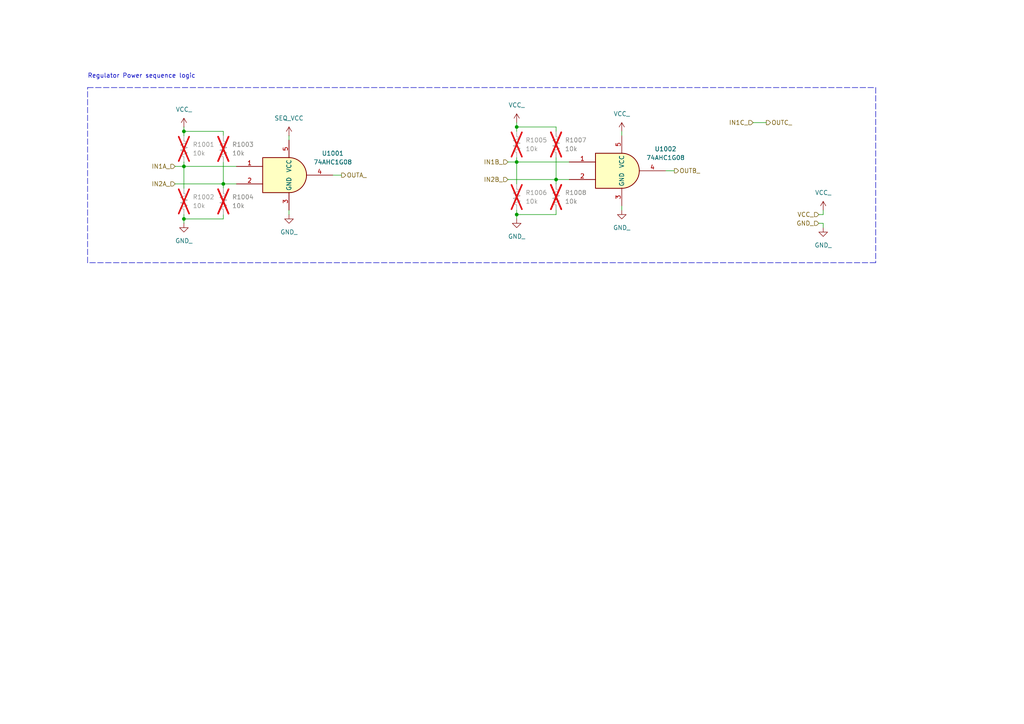
<source format=kicad_sch>
(kicad_sch
	(version 20250114)
	(generator "eeschema")
	(generator_version "9.0")
	(uuid "500d34eb-8f0f-4c43-8320-5c09778efb63")
	(paper "A4")
	(title_block
		(title "Power delivery Board")
		(date "2025-06-25")
		(rev "B")
		(comment 1 "the developed autonomous robot platform powered by LEGO Technic HUB and Rasberry Pi")
		(comment 2 "Design implemets a battery management system and power delivert for use with")
		(comment 3 "Distributed Open-source as: CC BY-SA 4.0")
	)
	(lib_symbols
		(symbol "+3.3V_1"
			(power)
			(pin_numbers
				(hide yes)
			)
			(pin_names
				(offset 0)
				(hide yes)
			)
			(exclude_from_sim no)
			(in_bom yes)
			(on_board yes)
			(property "Reference" "#PWR"
				(at 0 -3.81 0)
				(effects
					(font
						(size 1.27 1.27)
					)
					(hide yes)
				)
			)
			(property "Value" "+3.3V"
				(at 0 3.556 0)
				(effects
					(font
						(size 1.27 1.27)
					)
				)
			)
			(property "Footprint" ""
				(at 0 0 0)
				(effects
					(font
						(size 1.27 1.27)
					)
					(hide yes)
				)
			)
			(property "Datasheet" ""
				(at 0 0 0)
				(effects
					(font
						(size 1.27 1.27)
					)
					(hide yes)
				)
			)
			(property "Description" "Power symbol creates a global label with name \"+3.3V\""
				(at 0 0 0)
				(effects
					(font
						(size 1.27 1.27)
					)
					(hide yes)
				)
			)
			(property "ki_keywords" "global power"
				(at 0 0 0)
				(effects
					(font
						(size 1.27 1.27)
					)
					(hide yes)
				)
			)
			(symbol "+3.3V_1_0_1"
				(polyline
					(pts
						(xy -0.762 1.27) (xy 0 2.54)
					)
					(stroke
						(width 0)
						(type default)
					)
					(fill
						(type none)
					)
				)
				(polyline
					(pts
						(xy 0 2.54) (xy 0.762 1.27)
					)
					(stroke
						(width 0)
						(type default)
					)
					(fill
						(type none)
					)
				)
				(polyline
					(pts
						(xy 0 0) (xy 0 2.54)
					)
					(stroke
						(width 0)
						(type default)
					)
					(fill
						(type none)
					)
				)
			)
			(symbol "+3.3V_1_1_1"
				(pin power_in line
					(at 0 0 90)
					(length 0)
					(name "~"
						(effects
							(font
								(size 1.27 1.27)
							)
						)
					)
					(number "1"
						(effects
							(font
								(size 1.27 1.27)
							)
						)
					)
				)
			)
			(embedded_fonts no)
		)
		(symbol "74xGxx:74AHC1G08"
			(exclude_from_sim no)
			(in_bom yes)
			(on_board yes)
			(property "Reference" "U"
				(at -2.54 3.81 0)
				(effects
					(font
						(size 1.27 1.27)
					)
				)
			)
			(property "Value" "74AHC1G08"
				(at 0 -3.81 0)
				(effects
					(font
						(size 1.27 1.27)
					)
				)
			)
			(property "Footprint" ""
				(at 0 0 0)
				(effects
					(font
						(size 1.27 1.27)
					)
					(hide yes)
				)
			)
			(property "Datasheet" "http://www.ti.com/lit/sg/scyt129e/scyt129e.pdf"
				(at 0 0 0)
				(effects
					(font
						(size 1.27 1.27)
					)
					(hide yes)
				)
			)
			(property "Description" "Single AND Gate, Low-Voltage CMOS"
				(at 0 0 0)
				(effects
					(font
						(size 1.27 1.27)
					)
					(hide yes)
				)
			)
			(property "ki_keywords" "Single Gate AND LVC CMOS"
				(at 0 0 0)
				(effects
					(font
						(size 1.27 1.27)
					)
					(hide yes)
				)
			)
			(property "ki_fp_filters" "SOT* SG-*"
				(at 0 0 0)
				(effects
					(font
						(size 1.27 1.27)
					)
					(hide yes)
				)
			)
			(symbol "74AHC1G08_0_1"
				(arc
					(start 0 5.08)
					(mid 5.0579 0)
					(end 0 -5.08)
					(stroke
						(width 0.254)
						(type default)
					)
					(fill
						(type background)
					)
				)
				(polyline
					(pts
						(xy 0 -5.08) (xy -7.62 -5.08) (xy -7.62 5.08) (xy 0 5.08)
					)
					(stroke
						(width 0.254)
						(type default)
					)
					(fill
						(type background)
					)
				)
			)
			(symbol "74AHC1G08_1_1"
				(pin input line
					(at -15.24 2.54 0)
					(length 7.62)
					(name "~"
						(effects
							(font
								(size 1.27 1.27)
							)
						)
					)
					(number "1"
						(effects
							(font
								(size 1.27 1.27)
							)
						)
					)
				)
				(pin input line
					(at -15.24 -2.54 0)
					(length 7.62)
					(name "~"
						(effects
							(font
								(size 1.27 1.27)
							)
						)
					)
					(number "2"
						(effects
							(font
								(size 1.27 1.27)
							)
						)
					)
				)
				(pin power_in line
					(at 0 10.16 270)
					(length 5.08)
					(name "VCC"
						(effects
							(font
								(size 1.27 1.27)
							)
						)
					)
					(number "5"
						(effects
							(font
								(size 1.27 1.27)
							)
						)
					)
				)
				(pin power_in line
					(at 0 -10.16 90)
					(length 5.08)
					(name "GND"
						(effects
							(font
								(size 1.27 1.27)
							)
						)
					)
					(number "3"
						(effects
							(font
								(size 1.27 1.27)
							)
						)
					)
				)
				(pin output line
					(at 12.7 0 180)
					(length 7.62)
					(name "~"
						(effects
							(font
								(size 1.27 1.27)
							)
						)
					)
					(number "4"
						(effects
							(font
								(size 1.27 1.27)
							)
						)
					)
				)
			)
			(embedded_fonts no)
		)
		(symbol "Device:R_US"
			(pin_numbers
				(hide yes)
			)
			(pin_names
				(offset 0)
			)
			(exclude_from_sim no)
			(in_bom yes)
			(on_board yes)
			(property "Reference" "R"
				(at 2.54 0 90)
				(effects
					(font
						(size 1.27 1.27)
					)
				)
			)
			(property "Value" "R_US"
				(at -2.54 0 90)
				(effects
					(font
						(size 1.27 1.27)
					)
				)
			)
			(property "Footprint" ""
				(at 1.016 -0.254 90)
				(effects
					(font
						(size 1.27 1.27)
					)
					(hide yes)
				)
			)
			(property "Datasheet" "~"
				(at 0 0 0)
				(effects
					(font
						(size 1.27 1.27)
					)
					(hide yes)
				)
			)
			(property "Description" "Resistor, US symbol"
				(at 0 0 0)
				(effects
					(font
						(size 1.27 1.27)
					)
					(hide yes)
				)
			)
			(property "ki_keywords" "R res resistor"
				(at 0 0 0)
				(effects
					(font
						(size 1.27 1.27)
					)
					(hide yes)
				)
			)
			(property "ki_fp_filters" "R_*"
				(at 0 0 0)
				(effects
					(font
						(size 1.27 1.27)
					)
					(hide yes)
				)
			)
			(symbol "R_US_0_1"
				(polyline
					(pts
						(xy 0 2.286) (xy 0 2.54)
					)
					(stroke
						(width 0)
						(type default)
					)
					(fill
						(type none)
					)
				)
				(polyline
					(pts
						(xy 0 2.286) (xy 1.016 1.905) (xy 0 1.524) (xy -1.016 1.143) (xy 0 0.762)
					)
					(stroke
						(width 0)
						(type default)
					)
					(fill
						(type none)
					)
				)
				(polyline
					(pts
						(xy 0 0.762) (xy 1.016 0.381) (xy 0 0) (xy -1.016 -0.381) (xy 0 -0.762)
					)
					(stroke
						(width 0)
						(type default)
					)
					(fill
						(type none)
					)
				)
				(polyline
					(pts
						(xy 0 -0.762) (xy 1.016 -1.143) (xy 0 -1.524) (xy -1.016 -1.905) (xy 0 -2.286)
					)
					(stroke
						(width 0)
						(type default)
					)
					(fill
						(type none)
					)
				)
				(polyline
					(pts
						(xy 0 -2.286) (xy 0 -2.54)
					)
					(stroke
						(width 0)
						(type default)
					)
					(fill
						(type none)
					)
				)
			)
			(symbol "R_US_1_1"
				(pin passive line
					(at 0 3.81 270)
					(length 1.27)
					(name "~"
						(effects
							(font
								(size 1.27 1.27)
							)
						)
					)
					(number "1"
						(effects
							(font
								(size 1.27 1.27)
							)
						)
					)
				)
				(pin passive line
					(at 0 -3.81 90)
					(length 1.27)
					(name "~"
						(effects
							(font
								(size 1.27 1.27)
							)
						)
					)
					(number "2"
						(effects
							(font
								(size 1.27 1.27)
							)
						)
					)
				)
			)
			(embedded_fonts no)
		)
		(symbol "power:+3V3"
			(power)
			(pin_numbers
				(hide yes)
			)
			(pin_names
				(offset 0)
				(hide yes)
			)
			(exclude_from_sim no)
			(in_bom yes)
			(on_board yes)
			(property "Reference" "#PWR"
				(at 0 -3.81 0)
				(effects
					(font
						(size 1.27 1.27)
					)
					(hide yes)
				)
			)
			(property "Value" "+3V3"
				(at 0 3.556 0)
				(effects
					(font
						(size 1.27 1.27)
					)
				)
			)
			(property "Footprint" ""
				(at 0 0 0)
				(effects
					(font
						(size 1.27 1.27)
					)
					(hide yes)
				)
			)
			(property "Datasheet" ""
				(at 0 0 0)
				(effects
					(font
						(size 1.27 1.27)
					)
					(hide yes)
				)
			)
			(property "Description" "Power symbol creates a global label with name \"+3V3\""
				(at 0 0 0)
				(effects
					(font
						(size 1.27 1.27)
					)
					(hide yes)
				)
			)
			(property "ki_keywords" "global power"
				(at 0 0 0)
				(effects
					(font
						(size 1.27 1.27)
					)
					(hide yes)
				)
			)
			(symbol "+3V3_0_1"
				(polyline
					(pts
						(xy -0.762 1.27) (xy 0 2.54)
					)
					(stroke
						(width 0)
						(type default)
					)
					(fill
						(type none)
					)
				)
				(polyline
					(pts
						(xy 0 2.54) (xy 0.762 1.27)
					)
					(stroke
						(width 0)
						(type default)
					)
					(fill
						(type none)
					)
				)
				(polyline
					(pts
						(xy 0 0) (xy 0 2.54)
					)
					(stroke
						(width 0)
						(type default)
					)
					(fill
						(type none)
					)
				)
			)
			(symbol "+3V3_1_1"
				(pin power_in line
					(at 0 0 90)
					(length 0)
					(name "~"
						(effects
							(font
								(size 1.27 1.27)
							)
						)
					)
					(number "1"
						(effects
							(font
								(size 1.27 1.27)
							)
						)
					)
				)
			)
			(embedded_fonts no)
		)
		(symbol "power:GND"
			(power)
			(pin_names
				(offset 0)
			)
			(exclude_from_sim no)
			(in_bom yes)
			(on_board yes)
			(property "Reference" "#PWR"
				(at 0 -6.35 0)
				(effects
					(font
						(size 1.27 1.27)
					)
					(hide yes)
				)
			)
			(property "Value" "GND"
				(at 0 -3.81 0)
				(effects
					(font
						(size 1.27 1.27)
					)
				)
			)
			(property "Footprint" ""
				(at 0 0 0)
				(effects
					(font
						(size 1.27 1.27)
					)
					(hide yes)
				)
			)
			(property "Datasheet" ""
				(at 0 0 0)
				(effects
					(font
						(size 1.27 1.27)
					)
					(hide yes)
				)
			)
			(property "Description" "Power symbol creates a global label with name \"GND\" , ground"
				(at 0 0 0)
				(effects
					(font
						(size 1.27 1.27)
					)
					(hide yes)
				)
			)
			(property "ki_keywords" "power-flag"
				(at 0 0 0)
				(effects
					(font
						(size 1.27 1.27)
					)
					(hide yes)
				)
			)
			(symbol "GND_0_1"
				(polyline
					(pts
						(xy 0 0) (xy 0 -1.27) (xy 1.27 -1.27) (xy 0 -2.54) (xy -1.27 -1.27) (xy 0 -1.27)
					)
					(stroke
						(width 0)
						(type default)
					)
					(fill
						(type none)
					)
				)
			)
			(symbol "GND_1_1"
				(pin power_in line
					(at 0 0 270)
					(length 0)
					(hide yes)
					(name "GND"
						(effects
							(font
								(size 1.27 1.27)
							)
						)
					)
					(number "1"
						(effects
							(font
								(size 1.27 1.27)
							)
						)
					)
				)
			)
			(embedded_fonts no)
		)
	)
	(text "Regulator Power sequence logic"
		(exclude_from_sim no)
		(at 25.4 22.86 0)
		(effects
			(font
				(size 1.27 1.27)
			)
			(justify left bottom)
		)
		(uuid "c2ecb092-5fe2-44ae-82d4-7f2286492b77")
	)
	(junction
		(at 53.34 38.1)
		(diameter 0)
		(color 0 0 0 0)
		(uuid "2f77afd9-6500-4ef5-8faf-a8017716ed59")
	)
	(junction
		(at 149.86 62.23)
		(diameter 0)
		(color 0 0 0 0)
		(uuid "4fcaf5cb-5b12-4872-8794-7ae6dc79311f")
	)
	(junction
		(at 53.34 63.5)
		(diameter 0)
		(color 0 0 0 0)
		(uuid "6eddb226-9573-4233-a15f-441e103799b0")
	)
	(junction
		(at 161.29 52.07)
		(diameter 0)
		(color 0 0 0 0)
		(uuid "9cbf5eff-50b8-4448-9d4f-418362d2ba5e")
	)
	(junction
		(at 149.86 36.83)
		(diameter 0)
		(color 0 0 0 0)
		(uuid "9f311b79-5570-4d4a-bcf1-b007411890f3")
	)
	(junction
		(at 53.34 48.26)
		(diameter 0)
		(color 0 0 0 0)
		(uuid "df1dd579-7a9b-4508-ad61-27ee79b04b2c")
	)
	(junction
		(at 64.77 53.34)
		(diameter 0)
		(color 0 0 0 0)
		(uuid "e456b253-f167-4261-8c6d-eba99c51b480")
	)
	(junction
		(at 149.86 46.99)
		(diameter 0)
		(color 0 0 0 0)
		(uuid "f8484739-5652-4977-b474-fa2819a9fcfc")
	)
	(wire
		(pts
			(xy 53.34 48.26) (xy 68.58 48.26)
		)
		(stroke
			(width 0)
			(type default)
		)
		(uuid "035cbf55-371b-49d4-826f-cbe56df383f8")
	)
	(wire
		(pts
			(xy 238.76 66.04) (xy 238.76 64.77)
		)
		(stroke
			(width 0)
			(type default)
		)
		(uuid "0700de9a-3b58-48a7-9420-f0df27fbaaf5")
	)
	(wire
		(pts
			(xy 147.32 46.99) (xy 149.86 46.99)
		)
		(stroke
			(width 0)
			(type default)
		)
		(uuid "0c72dff6-1af1-4ed4-860d-188ab15f3863")
	)
	(wire
		(pts
			(xy 64.77 38.1) (xy 64.77 39.37)
		)
		(stroke
			(width 0)
			(type default)
		)
		(uuid "121fd95b-2eb1-4159-9198-fa320f2b65c5")
	)
	(polyline
		(pts
			(xy 254 25.4) (xy 254 76.2)
		)
		(stroke
			(width 0)
			(type dash)
		)
		(uuid "161f1542-b813-4a27-815c-30fe9add2a3d")
	)
	(wire
		(pts
			(xy 180.34 60.96) (xy 180.34 59.69)
		)
		(stroke
			(width 0)
			(type default)
		)
		(uuid "231b19f1-dad0-48ef-af46-3b93bbe03850")
	)
	(wire
		(pts
			(xy 161.29 60.96) (xy 161.29 62.23)
		)
		(stroke
			(width 0)
			(type default)
		)
		(uuid "25b7f590-b1c4-4834-95bb-61cdd0b9b572")
	)
	(wire
		(pts
			(xy 237.49 62.23) (xy 238.76 62.23)
		)
		(stroke
			(width 0)
			(type default)
		)
		(uuid "2628c52d-265b-4758-a804-761884ded8d7")
	)
	(wire
		(pts
			(xy 53.34 62.23) (xy 53.34 63.5)
		)
		(stroke
			(width 0)
			(type default)
		)
		(uuid "27f68035-85a5-43bf-a0e8-8d2f9ca20aaf")
	)
	(wire
		(pts
			(xy 64.77 53.34) (xy 64.77 46.99)
		)
		(stroke
			(width 0)
			(type default)
		)
		(uuid "2b843ee9-e58b-445c-937b-251b49a2fc57")
	)
	(wire
		(pts
			(xy 83.82 62.23) (xy 83.82 60.96)
		)
		(stroke
			(width 0)
			(type default)
		)
		(uuid "2dc69e21-a44a-487e-a345-00375cf47003")
	)
	(wire
		(pts
			(xy 238.76 60.96) (xy 238.76 62.23)
		)
		(stroke
			(width 0)
			(type default)
		)
		(uuid "3155ff8c-a554-4ffc-a80e-5e439a606be3")
	)
	(wire
		(pts
			(xy 161.29 52.07) (xy 161.29 53.34)
		)
		(stroke
			(width 0)
			(type default)
		)
		(uuid "3bc3ce84-003f-45fc-af62-10e244fd8380")
	)
	(wire
		(pts
			(xy 53.34 38.1) (xy 53.34 36.83)
		)
		(stroke
			(width 0)
			(type default)
		)
		(uuid "4673c82e-c33f-445a-93a8-e6f5760887cb")
	)
	(wire
		(pts
			(xy 149.86 36.83) (xy 149.86 38.1)
		)
		(stroke
			(width 0)
			(type default)
		)
		(uuid "4a9817c4-b56e-4ee9-934a-992d9627079e")
	)
	(wire
		(pts
			(xy 64.77 62.23) (xy 64.77 63.5)
		)
		(stroke
			(width 0)
			(type default)
		)
		(uuid "4b9f14db-03fd-4f54-b9db-a3426ac3651c")
	)
	(wire
		(pts
			(xy 53.34 48.26) (xy 53.34 54.61)
		)
		(stroke
			(width 0)
			(type default)
		)
		(uuid "54c08e4f-d96f-40a6-ac08-3854dd58b461")
	)
	(wire
		(pts
			(xy 238.76 64.77) (xy 237.49 64.77)
		)
		(stroke
			(width 0)
			(type default)
		)
		(uuid "57a5cde7-9bd2-4ca5-b6cf-0a0fb8b69a60")
	)
	(wire
		(pts
			(xy 64.77 63.5) (xy 53.34 63.5)
		)
		(stroke
			(width 0)
			(type default)
		)
		(uuid "613acfe5-e6d5-4934-82f8-bb8c604bc304")
	)
	(wire
		(pts
			(xy 149.86 36.83) (xy 149.86 35.56)
		)
		(stroke
			(width 0)
			(type default)
		)
		(uuid "695fb061-4b37-4d1e-a1b7-d6bb130e4aa2")
	)
	(wire
		(pts
			(xy 96.52 50.8) (xy 99.06 50.8)
		)
		(stroke
			(width 0)
			(type default)
		)
		(uuid "71e9499e-a958-4edc-90f0-9544ff896d04")
	)
	(wire
		(pts
			(xy 149.86 62.23) (xy 161.29 62.23)
		)
		(stroke
			(width 0)
			(type default)
		)
		(uuid "724f0f75-4e8c-4200-ae8e-f953de8e9ddb")
	)
	(wire
		(pts
			(xy 50.8 48.26) (xy 53.34 48.26)
		)
		(stroke
			(width 0)
			(type default)
		)
		(uuid "7abc3297-7cc6-40d5-8adc-108a1039ecc1")
	)
	(wire
		(pts
			(xy 64.77 53.34) (xy 64.77 54.61)
		)
		(stroke
			(width 0)
			(type default)
		)
		(uuid "7bcd86fe-19fa-4a12-b9f4-17838bd576f0")
	)
	(polyline
		(pts
			(xy 25.4 25.4) (xy 254 25.4)
		)
		(stroke
			(width 0)
			(type dash)
		)
		(uuid "82a83bfb-cf0b-4495-9d8a-93789c393559")
	)
	(wire
		(pts
			(xy 218.44 35.56) (xy 222.25 35.56)
		)
		(stroke
			(width 0)
			(type default)
		)
		(uuid "869de836-7236-4837-b6d0-21a0b6f38e64")
	)
	(wire
		(pts
			(xy 149.86 46.99) (xy 149.86 45.72)
		)
		(stroke
			(width 0)
			(type default)
		)
		(uuid "8a0d5083-dcbd-4af8-96e3-77183a3ff102")
	)
	(wire
		(pts
			(xy 180.34 38.1) (xy 180.34 39.37)
		)
		(stroke
			(width 0)
			(type default)
		)
		(uuid "8b730b56-474d-4500-9177-d0503b71c85d")
	)
	(wire
		(pts
			(xy 149.86 60.96) (xy 149.86 62.23)
		)
		(stroke
			(width 0)
			(type default)
		)
		(uuid "8e894b98-0d05-4771-836d-51610c4035bb")
	)
	(polyline
		(pts
			(xy 254 76.2) (xy 25.4 76.2)
		)
		(stroke
			(width 0)
			(type dash)
		)
		(uuid "8ed81a67-a0e2-4b9a-bbf5-c9fac617e31c")
	)
	(wire
		(pts
			(xy 64.77 38.1) (xy 53.34 38.1)
		)
		(stroke
			(width 0)
			(type default)
		)
		(uuid "9839e102-4985-4785-8266-2c35ecc81ea0")
	)
	(wire
		(pts
			(xy 161.29 36.83) (xy 149.86 36.83)
		)
		(stroke
			(width 0)
			(type default)
		)
		(uuid "9c4d9882-f8a3-43e5-b444-d78dde01c713")
	)
	(wire
		(pts
			(xy 147.32 52.07) (xy 161.29 52.07)
		)
		(stroke
			(width 0)
			(type default)
		)
		(uuid "9d0d66b3-b2a3-42f7-bb84-7825fbcf63c1")
	)
	(wire
		(pts
			(xy 149.86 46.99) (xy 165.1 46.99)
		)
		(stroke
			(width 0)
			(type default)
		)
		(uuid "9efa9904-1db1-4aaf-b475-4fc387e7d5cf")
	)
	(wire
		(pts
			(xy 50.8 53.34) (xy 64.77 53.34)
		)
		(stroke
			(width 0)
			(type default)
		)
		(uuid "9fdd4988-0406-4e35-b646-832b730ac1cd")
	)
	(wire
		(pts
			(xy 193.04 49.53) (xy 195.58 49.53)
		)
		(stroke
			(width 0)
			(type default)
		)
		(uuid "a1b6489f-c801-4ecb-b87b-5c4c5fcd840f")
	)
	(wire
		(pts
			(xy 68.58 53.34) (xy 64.77 53.34)
		)
		(stroke
			(width 0)
			(type default)
		)
		(uuid "b79f48d9-8576-4295-b673-5b7c40aa168a")
	)
	(wire
		(pts
			(xy 149.86 63.5) (xy 149.86 62.23)
		)
		(stroke
			(width 0)
			(type default)
		)
		(uuid "bc127302-da36-4e9d-9f60-ca82bafde65d")
	)
	(polyline
		(pts
			(xy 25.4 76.2) (xy 25.4 25.4)
		)
		(stroke
			(width 0)
			(type dash)
		)
		(uuid "c2d7c0e9-5c55-438e-8e3e-cc131747348b")
	)
	(wire
		(pts
			(xy 165.1 52.07) (xy 161.29 52.07)
		)
		(stroke
			(width 0)
			(type default)
		)
		(uuid "c4848736-79d8-4a39-a371-9ce57525f67c")
	)
	(wire
		(pts
			(xy 53.34 48.26) (xy 53.34 46.99)
		)
		(stroke
			(width 0)
			(type default)
		)
		(uuid "cd035e23-c22b-408f-a361-20473d774da5")
	)
	(wire
		(pts
			(xy 53.34 63.5) (xy 53.34 64.77)
		)
		(stroke
			(width 0)
			(type default)
		)
		(uuid "d26abad0-573d-4f3a-a602-bebf0b189ef9")
	)
	(wire
		(pts
			(xy 161.29 52.07) (xy 161.29 45.72)
		)
		(stroke
			(width 0)
			(type default)
		)
		(uuid "d571fd96-25dd-4bfe-bf37-bb792a7b5d66")
	)
	(wire
		(pts
			(xy 161.29 36.83) (xy 161.29 38.1)
		)
		(stroke
			(width 0)
			(type default)
		)
		(uuid "db679a3d-92a2-40f1-82af-cd9e878ad1c2")
	)
	(wire
		(pts
			(xy 83.82 39.37) (xy 83.82 40.64)
		)
		(stroke
			(width 0)
			(type default)
		)
		(uuid "e937b5b3-fb23-4ce0-99fb-3acc8cb09ddf")
	)
	(wire
		(pts
			(xy 53.34 38.1) (xy 53.34 39.37)
		)
		(stroke
			(width 0)
			(type default)
		)
		(uuid "f85cf363-005f-4146-b919-049e37766bf2")
	)
	(wire
		(pts
			(xy 149.86 46.99) (xy 149.86 53.34)
		)
		(stroke
			(width 0)
			(type default)
		)
		(uuid "ff83484c-3904-436b-8538-0d881b748099")
	)
	(hierarchical_label "VCC_${SHEETNAME}"
		(shape input)
		(at 237.49 62.23 180)
		(effects
			(font
				(size 1.27 1.27)
			)
			(justify right)
		)
		(uuid "0e2d1ad4-d3a0-4a62-a0d5-b47e4ca325e0")
	)
	(hierarchical_label "IN2B_${SHEETNAME}"
		(shape input)
		(at 147.32 52.07 180)
		(effects
			(font
				(size 1.27 1.27)
			)
			(justify right)
		)
		(uuid "3b2f90aa-72ab-4f8b-87e7-5ea466cfcee2")
	)
	(hierarchical_label "OUTB_${SHEETNAME}"
		(shape output)
		(at 195.58 49.53 0)
		(effects
			(font
				(size 1.27 1.27)
			)
			(justify left)
		)
		(uuid "4392fb49-dc0f-4bd7-a35f-2d009e87f871")
	)
	(hierarchical_label "IN1A_${SHEETNAME}"
		(shape input)
		(at 50.8 48.26 180)
		(effects
			(font
				(size 1.27 1.27)
			)
			(justify right)
		)
		(uuid "4b4feb85-c2ab-455d-b67f-6c34c13bdaef")
	)
	(hierarchical_label "OUTA_${SHEETNAME}"
		(shape output)
		(at 99.06 50.8 0)
		(effects
			(font
				(size 1.27 1.27)
			)
			(justify left)
		)
		(uuid "55dcfef4-7afc-4c70-b26f-adf15b2a0c03")
	)
	(hierarchical_label "IN2A_${SHEETNAME}"
		(shape input)
		(at 50.8 53.34 180)
		(effects
			(font
				(size 1.27 1.27)
			)
			(justify right)
		)
		(uuid "72f7ab24-ca36-40cb-902a-257cebc4f87c")
	)
	(hierarchical_label "IN1B_${SHEETNAME}"
		(shape input)
		(at 147.32 46.99 180)
		(effects
			(font
				(size 1.27 1.27)
			)
			(justify right)
		)
		(uuid "76246777-e104-4a60-95b7-779418bef595")
	)
	(hierarchical_label "GND_${SHEETNAME}"
		(shape input)
		(at 237.49 64.77 180)
		(effects
			(font
				(size 1.27 1.27)
			)
			(justify right)
		)
		(uuid "db6adde5-3ba8-4b8d-9c59-2afdb0d5c9a1")
	)
	(hierarchical_label "OUTC_${SHEETNAME}"
		(shape output)
		(at 222.25 35.56 0)
		(effects
			(font
				(size 1.27 1.27)
			)
			(justify left)
		)
		(uuid "f1650064-7739-4680-ab5d-a7e3e59c0bf4")
	)
	(hierarchical_label "IN1C_${SHEETNAME}"
		(shape input)
		(at 218.44 35.56 180)
		(effects
			(font
				(size 1.27 1.27)
			)
			(justify right)
		)
		(uuid "f94cb326-f1fd-4ecc-a47d-45124edc5ae4")
	)
	(symbol
		(lib_name "+3.3V_1")
		(lib_id "power:+3.3V")
		(at 83.82 39.37 0)
		(unit 1)
		(exclude_from_sim no)
		(in_bom yes)
		(on_board yes)
		(dnp no)
		(fields_autoplaced yes)
		(uuid "003cd64c-39a0-4eb0-9570-3981bd9a7714")
		(property "Reference" "#PWR01003"
			(at 83.82 43.18 0)
			(effects
				(font
					(size 1.27 1.27)
				)
				(hide yes)
			)
		)
		(property "Value" "SEQ_VCC"
			(at 83.82 34.29 0)
			(effects
				(font
					(size 1.27 1.27)
				)
			)
		)
		(property "Footprint" ""
			(at 83.82 39.37 0)
			(effects
				(font
					(size 1.27 1.27)
				)
				(hide yes)
			)
		)
		(property "Datasheet" ""
			(at 83.82 39.37 0)
			(effects
				(font
					(size 1.27 1.27)
				)
				(hide yes)
			)
		)
		(property "Description" "Power symbol creates a global label with name \"+3.3V\""
			(at 83.82 39.37 0)
			(effects
				(font
					(size 1.27 1.27)
				)
				(hide yes)
			)
		)
		(pin "1"
			(uuid "5b7b90d1-4176-4489-b531-c9b34d2f11af")
		)
		(instances
			(project "ROSCM4"
				(path "/383a69bc-2dc9-4445-8213-92315a13784a/4b640107-9f3c-4955-8f57-cee1f25c3b07/6561f307-673f-4fcd-84f7-5118ce0edc96"
					(reference "#PWR01003")
					(unit 1)
				)
			)
		)
	)
	(symbol
		(lib_id "Device:R_US")
		(at 64.77 58.42 0)
		(unit 1)
		(exclude_from_sim no)
		(in_bom no)
		(on_board yes)
		(dnp yes)
		(uuid "04860b2c-014e-4e9d-9a9c-ce3a0c132532")
		(property "Reference" "R1004"
			(at 67.31 57.1499 0)
			(effects
				(font
					(size 1.27 1.27)
				)
				(justify left)
			)
		)
		(property "Value" "10k"
			(at 67.31 59.69 0)
			(effects
				(font
					(size 1.27 1.27)
				)
				(justify left)
			)
		)
		(property "Footprint" "Resistor_SMD:R_0402_1005Metric"
			(at 65.786 58.674 90)
			(effects
				(font
					(size 1.27 1.27)
				)
				(hide yes)
			)
		)
		(property "Datasheet" "~"
			(at 64.77 58.42 0)
			(effects
				(font
					(size 1.27 1.27)
				)
				(hide yes)
			)
		)
		(property "Description" ""
			(at 64.77 58.42 0)
			(effects
				(font
					(size 1.27 1.27)
				)
				(hide yes)
			)
		)
		(property "AVAILABILITY" ""
			(at 64.77 58.42 0)
			(effects
				(font
					(size 1.27 1.27)
				)
			)
		)
		(property "DATASHEET-URL" ""
			(at 64.77 58.42 0)
			(effects
				(font
					(size 1.27 1.27)
				)
			)
		)
		(property "DESCRIPTION" ""
			(at 64.77 58.42 0)
			(effects
				(font
					(size 1.27 1.27)
				)
			)
		)
		(property "DIGI-KEY_PART_NUMBER" ""
			(at 64.77 58.42 0)
			(effects
				(font
					(size 1.27 1.27)
				)
			)
		)
		(property "DIGI-KEY_PURCHASE_URL" ""
			(at 64.77 58.42 0)
			(effects
				(font
					(size 1.27 1.27)
				)
			)
		)
		(property "IR-UL" ""
			(at 64.77 58.42 0)
			(effects
				(font
					(size 1.27 1.27)
				)
			)
		)
		(property "MOUNT" ""
			(at 64.77 58.42 0)
			(effects
				(font
					(size 1.27 1.27)
				)
			)
		)
		(property "PACKAGE" ""
			(at 64.77 58.42 0)
			(effects
				(font
					(size 1.27 1.27)
				)
			)
		)
		(property "PART-NUMBER" ""
			(at 64.77 58.42 0)
			(effects
				(font
					(size 1.27 1.27)
				)
			)
		)
		(property "PINS" ""
			(at 64.77 58.42 0)
			(effects
				(font
					(size 1.27 1.27)
				)
			)
		)
		(property "PITCH" ""
			(at 64.77 58.42 0)
			(effects
				(font
					(size 1.27 1.27)
				)
			)
		)
		(property "PRICE" ""
			(at 64.77 58.42 0)
			(effects
				(font
					(size 1.27 1.27)
				)
			)
		)
		(property "PURCHASE-URL" ""
			(at 64.77 58.42 0)
			(effects
				(font
					(size 1.27 1.27)
				)
			)
		)
		(property "Purchase-URL" ""
			(at 64.77 58.42 0)
			(effects
				(font
					(size 1.27 1.27)
				)
			)
		)
		(property "Specifications" ""
			(at 64.77 58.42 0)
			(effects
				(font
					(size 1.27 1.27)
				)
			)
		)
		(property "TYPE" ""
			(at 64.77 58.42 0)
			(effects
				(font
					(size 1.27 1.27)
				)
			)
		)
		(property "VALUE" ""
			(at 64.77 58.42 0)
			(effects
				(font
					(size 1.27 1.27)
				)
			)
		)
		(property "WIRE" ""
			(at 64.77 58.42 0)
			(effects
				(font
					(size 1.27 1.27)
				)
			)
		)
		(property "WORKING-VOLTAGE-UL" ""
			(at 64.77 58.42 0)
			(effects
				(font
					(size 1.27 1.27)
				)
			)
		)
		(pin "1"
			(uuid "e68dc165-6343-4712-ba90-8944ea9f5ab7")
		)
		(pin "2"
			(uuid "8cbfab57-6cbc-47e0-80f2-cf0a2a8b0b36")
		)
		(instances
			(project "ROSCM4"
				(path "/383a69bc-2dc9-4445-8213-92315a13784a/4b640107-9f3c-4955-8f57-cee1f25c3b07/6561f307-673f-4fcd-84f7-5118ce0edc96"
					(reference "R1004")
					(unit 1)
				)
			)
		)
	)
	(symbol
		(lib_id "Device:R_US")
		(at 149.86 41.91 0)
		(unit 1)
		(exclude_from_sim no)
		(in_bom no)
		(on_board yes)
		(dnp yes)
		(uuid "05deaa24-d456-410b-9111-26c75e568a06")
		(property "Reference" "R1005"
			(at 152.4 40.6399 0)
			(effects
				(font
					(size 1.27 1.27)
				)
				(justify left)
			)
		)
		(property "Value" "10k"
			(at 152.4 43.18 0)
			(effects
				(font
					(size 1.27 1.27)
				)
				(justify left)
			)
		)
		(property "Footprint" "Resistor_SMD:R_0402_1005Metric"
			(at 150.876 42.164 90)
			(effects
				(font
					(size 1.27 1.27)
				)
				(hide yes)
			)
		)
		(property "Datasheet" "~"
			(at 149.86 41.91 0)
			(effects
				(font
					(size 1.27 1.27)
				)
				(hide yes)
			)
		)
		(property "Description" ""
			(at 149.86 41.91 0)
			(effects
				(font
					(size 1.27 1.27)
				)
				(hide yes)
			)
		)
		(property "AVAILABILITY" ""
			(at 149.86 41.91 0)
			(effects
				(font
					(size 1.27 1.27)
				)
			)
		)
		(property "DATASHEET-URL" ""
			(at 149.86 41.91 0)
			(effects
				(font
					(size 1.27 1.27)
				)
			)
		)
		(property "DESCRIPTION" ""
			(at 149.86 41.91 0)
			(effects
				(font
					(size 1.27 1.27)
				)
			)
		)
		(property "DIGI-KEY_PART_NUMBER" ""
			(at 149.86 41.91 0)
			(effects
				(font
					(size 1.27 1.27)
				)
			)
		)
		(property "DIGI-KEY_PURCHASE_URL" ""
			(at 149.86 41.91 0)
			(effects
				(font
					(size 1.27 1.27)
				)
			)
		)
		(property "IR-UL" ""
			(at 149.86 41.91 0)
			(effects
				(font
					(size 1.27 1.27)
				)
			)
		)
		(property "MOUNT" ""
			(at 149.86 41.91 0)
			(effects
				(font
					(size 1.27 1.27)
				)
			)
		)
		(property "PACKAGE" ""
			(at 149.86 41.91 0)
			(effects
				(font
					(size 1.27 1.27)
				)
			)
		)
		(property "PART-NUMBER" ""
			(at 149.86 41.91 0)
			(effects
				(font
					(size 1.27 1.27)
				)
			)
		)
		(property "PINS" ""
			(at 149.86 41.91 0)
			(effects
				(font
					(size 1.27 1.27)
				)
			)
		)
		(property "PITCH" ""
			(at 149.86 41.91 0)
			(effects
				(font
					(size 1.27 1.27)
				)
			)
		)
		(property "PRICE" ""
			(at 149.86 41.91 0)
			(effects
				(font
					(size 1.27 1.27)
				)
			)
		)
		(property "PURCHASE-URL" ""
			(at 149.86 41.91 0)
			(effects
				(font
					(size 1.27 1.27)
				)
			)
		)
		(property "Purchase-URL" ""
			(at 149.86 41.91 0)
			(effects
				(font
					(size 1.27 1.27)
				)
			)
		)
		(property "Specifications" ""
			(at 149.86 41.91 0)
			(effects
				(font
					(size 1.27 1.27)
				)
			)
		)
		(property "TYPE" ""
			(at 149.86 41.91 0)
			(effects
				(font
					(size 1.27 1.27)
				)
			)
		)
		(property "VALUE" ""
			(at 149.86 41.91 0)
			(effects
				(font
					(size 1.27 1.27)
				)
			)
		)
		(property "WIRE" ""
			(at 149.86 41.91 0)
			(effects
				(font
					(size 1.27 1.27)
				)
			)
		)
		(property "WORKING-VOLTAGE-UL" ""
			(at 149.86 41.91 0)
			(effects
				(font
					(size 1.27 1.27)
				)
			)
		)
		(pin "1"
			(uuid "44720648-f7db-4681-81ed-d0cbd2da8d8f")
		)
		(pin "2"
			(uuid "85c5a261-4894-45a2-a61a-099cb15e3b2c")
		)
		(instances
			(project "ROSCM4"
				(path "/383a69bc-2dc9-4445-8213-92315a13784a/4b640107-9f3c-4955-8f57-cee1f25c3b07/6561f307-673f-4fcd-84f7-5118ce0edc96"
					(reference "R1005")
					(unit 1)
				)
			)
		)
	)
	(symbol
		(lib_id "Device:R_US")
		(at 53.34 58.42 0)
		(unit 1)
		(exclude_from_sim no)
		(in_bom no)
		(on_board yes)
		(dnp yes)
		(uuid "18b41802-01c0-4e50-ae5c-2379abeb7b5c")
		(property "Reference" "R1002"
			(at 55.88 57.1499 0)
			(effects
				(font
					(size 1.27 1.27)
				)
				(justify left)
			)
		)
		(property "Value" "10k"
			(at 55.88 59.69 0)
			(effects
				(font
					(size 1.27 1.27)
				)
				(justify left)
			)
		)
		(property "Footprint" "Resistor_SMD:R_0402_1005Metric"
			(at 54.356 58.674 90)
			(effects
				(font
					(size 1.27 1.27)
				)
				(hide yes)
			)
		)
		(property "Datasheet" "~"
			(at 53.34 58.42 0)
			(effects
				(font
					(size 1.27 1.27)
				)
				(hide yes)
			)
		)
		(property "Description" ""
			(at 53.34 58.42 0)
			(effects
				(font
					(size 1.27 1.27)
				)
				(hide yes)
			)
		)
		(property "AVAILABILITY" ""
			(at 53.34 58.42 0)
			(effects
				(font
					(size 1.27 1.27)
				)
			)
		)
		(property "DATASHEET-URL" ""
			(at 53.34 58.42 0)
			(effects
				(font
					(size 1.27 1.27)
				)
			)
		)
		(property "DESCRIPTION" ""
			(at 53.34 58.42 0)
			(effects
				(font
					(size 1.27 1.27)
				)
			)
		)
		(property "DIGI-KEY_PART_NUMBER" ""
			(at 53.34 58.42 0)
			(effects
				(font
					(size 1.27 1.27)
				)
			)
		)
		(property "DIGI-KEY_PURCHASE_URL" ""
			(at 53.34 58.42 0)
			(effects
				(font
					(size 1.27 1.27)
				)
			)
		)
		(property "IR-UL" ""
			(at 53.34 58.42 0)
			(effects
				(font
					(size 1.27 1.27)
				)
			)
		)
		(property "MOUNT" ""
			(at 53.34 58.42 0)
			(effects
				(font
					(size 1.27 1.27)
				)
			)
		)
		(property "PACKAGE" ""
			(at 53.34 58.42 0)
			(effects
				(font
					(size 1.27 1.27)
				)
			)
		)
		(property "PART-NUMBER" ""
			(at 53.34 58.42 0)
			(effects
				(font
					(size 1.27 1.27)
				)
			)
		)
		(property "PINS" ""
			(at 53.34 58.42 0)
			(effects
				(font
					(size 1.27 1.27)
				)
			)
		)
		(property "PITCH" ""
			(at 53.34 58.42 0)
			(effects
				(font
					(size 1.27 1.27)
				)
			)
		)
		(property "PRICE" ""
			(at 53.34 58.42 0)
			(effects
				(font
					(size 1.27 1.27)
				)
			)
		)
		(property "PURCHASE-URL" ""
			(at 53.34 58.42 0)
			(effects
				(font
					(size 1.27 1.27)
				)
			)
		)
		(property "Purchase-URL" ""
			(at 53.34 58.42 0)
			(effects
				(font
					(size 1.27 1.27)
				)
			)
		)
		(property "Specifications" ""
			(at 53.34 58.42 0)
			(effects
				(font
					(size 1.27 1.27)
				)
			)
		)
		(property "TYPE" ""
			(at 53.34 58.42 0)
			(effects
				(font
					(size 1.27 1.27)
				)
			)
		)
		(property "VALUE" ""
			(at 53.34 58.42 0)
			(effects
				(font
					(size 1.27 1.27)
				)
			)
		)
		(property "WIRE" ""
			(at 53.34 58.42 0)
			(effects
				(font
					(size 1.27 1.27)
				)
			)
		)
		(property "WORKING-VOLTAGE-UL" ""
			(at 53.34 58.42 0)
			(effects
				(font
					(size 1.27 1.27)
				)
			)
		)
		(pin "1"
			(uuid "1ddcf1b6-d4ee-448a-8392-8ceb34567fcb")
		)
		(pin "2"
			(uuid "f093678a-186d-4d31-bb41-f2fb12339b58")
		)
		(instances
			(project "ROSCM4"
				(path "/383a69bc-2dc9-4445-8213-92315a13784a/4b640107-9f3c-4955-8f57-cee1f25c3b07/6561f307-673f-4fcd-84f7-5118ce0edc96"
					(reference "R1002")
					(unit 1)
				)
			)
		)
	)
	(symbol
		(lib_id "power:+3V3")
		(at 149.86 35.56 0)
		(unit 1)
		(exclude_from_sim no)
		(in_bom yes)
		(on_board yes)
		(dnp no)
		(fields_autoplaced yes)
		(uuid "2a6afdd4-4433-464f-99d6-231b82c494ea")
		(property "Reference" "#PWR01005"
			(at 149.86 39.37 0)
			(effects
				(font
					(size 1.27 1.27)
				)
				(hide yes)
			)
		)
		(property "Value" "VCC_${SHEETNAME}"
			(at 149.86 30.48 0)
			(effects
				(font
					(size 1.27 1.27)
				)
			)
		)
		(property "Footprint" ""
			(at 149.86 35.56 0)
			(effects
				(font
					(size 1.27 1.27)
				)
				(hide yes)
			)
		)
		(property "Datasheet" ""
			(at 149.86 35.56 0)
			(effects
				(font
					(size 1.27 1.27)
				)
				(hide yes)
			)
		)
		(property "Description" "Power symbol creates a global label with name \"+3V3\""
			(at 149.86 35.56 0)
			(effects
				(font
					(size 1.27 1.27)
				)
				(hide yes)
			)
		)
		(pin "1"
			(uuid "91c795f0-0759-4305-8c3b-9af17df7dfef")
		)
		(instances
			(project "ROSCM4"
				(path "/383a69bc-2dc9-4445-8213-92315a13784a/4b640107-9f3c-4955-8f57-cee1f25c3b07/6561f307-673f-4fcd-84f7-5118ce0edc96"
					(reference "#PWR01005")
					(unit 1)
				)
			)
		)
	)
	(symbol
		(lib_id "Device:R_US")
		(at 64.77 43.18 0)
		(unit 1)
		(exclude_from_sim no)
		(in_bom no)
		(on_board yes)
		(dnp yes)
		(uuid "2a9126ff-d615-42a7-9e40-73c735a54ce1")
		(property "Reference" "R1003"
			(at 67.31 41.9099 0)
			(effects
				(font
					(size 1.27 1.27)
				)
				(justify left)
			)
		)
		(property "Value" "10k"
			(at 67.31 44.45 0)
			(effects
				(font
					(size 1.27 1.27)
				)
				(justify left)
			)
		)
		(property "Footprint" "Resistor_SMD:R_0402_1005Metric"
			(at 65.786 43.434 90)
			(effects
				(font
					(size 1.27 1.27)
				)
				(hide yes)
			)
		)
		(property "Datasheet" "~"
			(at 64.77 43.18 0)
			(effects
				(font
					(size 1.27 1.27)
				)
				(hide yes)
			)
		)
		(property "Description" ""
			(at 64.77 43.18 0)
			(effects
				(font
					(size 1.27 1.27)
				)
				(hide yes)
			)
		)
		(property "AVAILABILITY" ""
			(at 64.77 43.18 0)
			(effects
				(font
					(size 1.27 1.27)
				)
			)
		)
		(property "DATASHEET-URL" ""
			(at 64.77 43.18 0)
			(effects
				(font
					(size 1.27 1.27)
				)
			)
		)
		(property "DESCRIPTION" ""
			(at 64.77 43.18 0)
			(effects
				(font
					(size 1.27 1.27)
				)
			)
		)
		(property "DIGI-KEY_PART_NUMBER" ""
			(at 64.77 43.18 0)
			(effects
				(font
					(size 1.27 1.27)
				)
			)
		)
		(property "DIGI-KEY_PURCHASE_URL" ""
			(at 64.77 43.18 0)
			(effects
				(font
					(size 1.27 1.27)
				)
			)
		)
		(property "IR-UL" ""
			(at 64.77 43.18 0)
			(effects
				(font
					(size 1.27 1.27)
				)
			)
		)
		(property "MOUNT" ""
			(at 64.77 43.18 0)
			(effects
				(font
					(size 1.27 1.27)
				)
			)
		)
		(property "PACKAGE" ""
			(at 64.77 43.18 0)
			(effects
				(font
					(size 1.27 1.27)
				)
			)
		)
		(property "PART-NUMBER" ""
			(at 64.77 43.18 0)
			(effects
				(font
					(size 1.27 1.27)
				)
			)
		)
		(property "PINS" ""
			(at 64.77 43.18 0)
			(effects
				(font
					(size 1.27 1.27)
				)
			)
		)
		(property "PITCH" ""
			(at 64.77 43.18 0)
			(effects
				(font
					(size 1.27 1.27)
				)
			)
		)
		(property "PRICE" ""
			(at 64.77 43.18 0)
			(effects
				(font
					(size 1.27 1.27)
				)
			)
		)
		(property "PURCHASE-URL" ""
			(at 64.77 43.18 0)
			(effects
				(font
					(size 1.27 1.27)
				)
			)
		)
		(property "Purchase-URL" ""
			(at 64.77 43.18 0)
			(effects
				(font
					(size 1.27 1.27)
				)
			)
		)
		(property "Specifications" ""
			(at 64.77 43.18 0)
			(effects
				(font
					(size 1.27 1.27)
				)
			)
		)
		(property "TYPE" ""
			(at 64.77 43.18 0)
			(effects
				(font
					(size 1.27 1.27)
				)
			)
		)
		(property "VALUE" ""
			(at 64.77 43.18 0)
			(effects
				(font
					(size 1.27 1.27)
				)
			)
		)
		(property "WIRE" ""
			(at 64.77 43.18 0)
			(effects
				(font
					(size 1.27 1.27)
				)
			)
		)
		(property "WORKING-VOLTAGE-UL" ""
			(at 64.77 43.18 0)
			(effects
				(font
					(size 1.27 1.27)
				)
			)
		)
		(pin "1"
			(uuid "70b4abba-be5d-43ca-8b52-9d64890ecdba")
		)
		(pin "2"
			(uuid "a220150a-8a88-45a5-b563-93a843b6cacc")
		)
		(instances
			(project "ROSCM4"
				(path "/383a69bc-2dc9-4445-8213-92315a13784a/4b640107-9f3c-4955-8f57-cee1f25c3b07/6561f307-673f-4fcd-84f7-5118ce0edc96"
					(reference "R1003")
					(unit 1)
				)
			)
		)
	)
	(symbol
		(lib_id "power:+3V3")
		(at 238.76 60.96 0)
		(unit 1)
		(exclude_from_sim no)
		(in_bom yes)
		(on_board yes)
		(dnp no)
		(fields_autoplaced yes)
		(uuid "3a82948f-b8ca-4110-9c94-e1c48d74c210")
		(property "Reference" "#PWR01009"
			(at 238.76 64.77 0)
			(effects
				(font
					(size 1.27 1.27)
				)
				(hide yes)
			)
		)
		(property "Value" "VCC_${SHEETNAME}"
			(at 238.76 55.88 0)
			(effects
				(font
					(size 1.27 1.27)
				)
			)
		)
		(property "Footprint" ""
			(at 238.76 60.96 0)
			(effects
				(font
					(size 1.27 1.27)
				)
				(hide yes)
			)
		)
		(property "Datasheet" ""
			(at 238.76 60.96 0)
			(effects
				(font
					(size 1.27 1.27)
				)
				(hide yes)
			)
		)
		(property "Description" "Power symbol creates a global label with name \"+3V3\""
			(at 238.76 60.96 0)
			(effects
				(font
					(size 1.27 1.27)
				)
				(hide yes)
			)
		)
		(pin "1"
			(uuid "0fa2ec54-c253-4596-825c-3263893aa48d")
		)
		(instances
			(project "ROSCM4"
				(path "/383a69bc-2dc9-4445-8213-92315a13784a/4b640107-9f3c-4955-8f57-cee1f25c3b07/6561f307-673f-4fcd-84f7-5118ce0edc96"
					(reference "#PWR01009")
					(unit 1)
				)
			)
		)
	)
	(symbol
		(lib_id "power:GND")
		(at 180.34 60.96 0)
		(unit 1)
		(exclude_from_sim no)
		(in_bom yes)
		(on_board yes)
		(dnp no)
		(uuid "434f81ae-4e8e-4404-b7d8-ba1ad0f4ff3e")
		(property "Reference" "#PWR01008"
			(at 180.34 67.31 0)
			(effects
				(font
					(size 1.27 1.27)
				)
				(hide yes)
			)
		)
		(property "Value" "GND_${SHEETNAME}"
			(at 180.34 66.04 0)
			(effects
				(font
					(size 1.27 1.27)
				)
			)
		)
		(property "Footprint" ""
			(at 180.34 60.96 0)
			(effects
				(font
					(size 1.27 1.27)
				)
				(hide yes)
			)
		)
		(property "Datasheet" ""
			(at 180.34 60.96 0)
			(effects
				(font
					(size 1.27 1.27)
				)
				(hide yes)
			)
		)
		(property "Description" ""
			(at 180.34 60.96 0)
			(effects
				(font
					(size 1.27 1.27)
				)
				(hide yes)
			)
		)
		(pin "1"
			(uuid "84c98094-3604-49c9-8386-2878b17c1609")
		)
		(instances
			(project "ROSCM4"
				(path "/383a69bc-2dc9-4445-8213-92315a13784a/4b640107-9f3c-4955-8f57-cee1f25c3b07/6561f307-673f-4fcd-84f7-5118ce0edc96"
					(reference "#PWR01008")
					(unit 1)
				)
			)
		)
	)
	(symbol
		(lib_id "Device:R_US")
		(at 161.29 57.15 0)
		(unit 1)
		(exclude_from_sim no)
		(in_bom no)
		(on_board yes)
		(dnp yes)
		(uuid "4b80fe4b-0b7b-43c0-876d-8a1ff5af3c93")
		(property "Reference" "R1008"
			(at 163.83 55.8799 0)
			(effects
				(font
					(size 1.27 1.27)
				)
				(justify left)
			)
		)
		(property "Value" "10k"
			(at 163.83 58.42 0)
			(effects
				(font
					(size 1.27 1.27)
				)
				(justify left)
			)
		)
		(property "Footprint" "Resistor_SMD:R_0402_1005Metric"
			(at 162.306 57.404 90)
			(effects
				(font
					(size 1.27 1.27)
				)
				(hide yes)
			)
		)
		(property "Datasheet" "~"
			(at 161.29 57.15 0)
			(effects
				(font
					(size 1.27 1.27)
				)
				(hide yes)
			)
		)
		(property "Description" ""
			(at 161.29 57.15 0)
			(effects
				(font
					(size 1.27 1.27)
				)
				(hide yes)
			)
		)
		(property "AVAILABILITY" ""
			(at 161.29 57.15 0)
			(effects
				(font
					(size 1.27 1.27)
				)
			)
		)
		(property "DATASHEET-URL" ""
			(at 161.29 57.15 0)
			(effects
				(font
					(size 1.27 1.27)
				)
			)
		)
		(property "DESCRIPTION" ""
			(at 161.29 57.15 0)
			(effects
				(font
					(size 1.27 1.27)
				)
			)
		)
		(property "DIGI-KEY_PART_NUMBER" ""
			(at 161.29 57.15 0)
			(effects
				(font
					(size 1.27 1.27)
				)
			)
		)
		(property "DIGI-KEY_PURCHASE_URL" ""
			(at 161.29 57.15 0)
			(effects
				(font
					(size 1.27 1.27)
				)
			)
		)
		(property "IR-UL" ""
			(at 161.29 57.15 0)
			(effects
				(font
					(size 1.27 1.27)
				)
			)
		)
		(property "MOUNT" ""
			(at 161.29 57.15 0)
			(effects
				(font
					(size 1.27 1.27)
				)
			)
		)
		(property "PACKAGE" ""
			(at 161.29 57.15 0)
			(effects
				(font
					(size 1.27 1.27)
				)
			)
		)
		(property "PART-NUMBER" ""
			(at 161.29 57.15 0)
			(effects
				(font
					(size 1.27 1.27)
				)
			)
		)
		(property "PINS" ""
			(at 161.29 57.15 0)
			(effects
				(font
					(size 1.27 1.27)
				)
			)
		)
		(property "PITCH" ""
			(at 161.29 57.15 0)
			(effects
				(font
					(size 1.27 1.27)
				)
			)
		)
		(property "PRICE" ""
			(at 161.29 57.15 0)
			(effects
				(font
					(size 1.27 1.27)
				)
			)
		)
		(property "PURCHASE-URL" ""
			(at 161.29 57.15 0)
			(effects
				(font
					(size 1.27 1.27)
				)
			)
		)
		(property "Purchase-URL" ""
			(at 161.29 57.15 0)
			(effects
				(font
					(size 1.27 1.27)
				)
			)
		)
		(property "Specifications" ""
			(at 161.29 57.15 0)
			(effects
				(font
					(size 1.27 1.27)
				)
			)
		)
		(property "TYPE" ""
			(at 161.29 57.15 0)
			(effects
				(font
					(size 1.27 1.27)
				)
			)
		)
		(property "VALUE" ""
			(at 161.29 57.15 0)
			(effects
				(font
					(size 1.27 1.27)
				)
			)
		)
		(property "WIRE" ""
			(at 161.29 57.15 0)
			(effects
				(font
					(size 1.27 1.27)
				)
			)
		)
		(property "WORKING-VOLTAGE-UL" ""
			(at 161.29 57.15 0)
			(effects
				(font
					(size 1.27 1.27)
				)
			)
		)
		(pin "1"
			(uuid "f2fa3e99-0490-49c3-be0d-6fe050250c1f")
		)
		(pin "2"
			(uuid "721a4fc5-c498-4827-a081-0a360d7e45b8")
		)
		(instances
			(project "ROSCM4"
				(path "/383a69bc-2dc9-4445-8213-92315a13784a/4b640107-9f3c-4955-8f57-cee1f25c3b07/6561f307-673f-4fcd-84f7-5118ce0edc96"
					(reference "R1008")
					(unit 1)
				)
			)
		)
	)
	(symbol
		(lib_id "74xGxx:74AHC1G08")
		(at 83.82 50.8 0)
		(unit 1)
		(exclude_from_sim no)
		(in_bom yes)
		(on_board yes)
		(dnp no)
		(fields_autoplaced yes)
		(uuid "59185ca6-9f67-4434-9205-a351d07b1557")
		(property "Reference" "U1001"
			(at 96.52 44.4814 0)
			(effects
				(font
					(size 1.27 1.27)
				)
			)
		)
		(property "Value" "74AHC1G08"
			(at 96.52 47.0214 0)
			(effects
				(font
					(size 1.27 1.27)
				)
			)
		)
		(property "Footprint" "footprints:SOT95P280X145-5N"
			(at 83.82 50.8 0)
			(effects
				(font
					(size 1.27 1.27)
				)
				(hide yes)
			)
		)
		(property "Datasheet" "http://www.ti.com/lit/sg/scyt129e/scyt129e.pdf"
			(at 83.82 50.8 0)
			(effects
				(font
					(size 1.27 1.27)
				)
				(hide yes)
			)
		)
		(property "Description" "Single AND Gate, Low-Voltage CMOS"
			(at 83.82 50.8 0)
			(effects
				(font
					(size 1.27 1.27)
				)
				(hide yes)
			)
		)
		(property "AVAILABILITY" ""
			(at 83.82 50.8 0)
			(effects
				(font
					(size 1.27 1.27)
				)
			)
		)
		(property "DATASHEET-URL" ""
			(at 83.82 50.8 0)
			(effects
				(font
					(size 1.27 1.27)
				)
			)
		)
		(property "DESCRIPTION" ""
			(at 83.82 50.8 0)
			(effects
				(font
					(size 1.27 1.27)
				)
			)
		)
		(property "DIGI-KEY_PART_NUMBER" ""
			(at 83.82 50.8 0)
			(effects
				(font
					(size 1.27 1.27)
				)
			)
		)
		(property "DIGI-KEY_PURCHASE_URL" ""
			(at 83.82 50.8 0)
			(effects
				(font
					(size 1.27 1.27)
				)
			)
		)
		(property "IR-UL" ""
			(at 83.82 50.8 0)
			(effects
				(font
					(size 1.27 1.27)
				)
			)
		)
		(property "MOUNT" ""
			(at 83.82 50.8 0)
			(effects
				(font
					(size 1.27 1.27)
				)
			)
		)
		(property "PACKAGE" ""
			(at 83.82 50.8 0)
			(effects
				(font
					(size 1.27 1.27)
				)
			)
		)
		(property "PART-NUMBER" ""
			(at 83.82 50.8 0)
			(effects
				(font
					(size 1.27 1.27)
				)
			)
		)
		(property "PINS" ""
			(at 83.82 50.8 0)
			(effects
				(font
					(size 1.27 1.27)
				)
			)
		)
		(property "PITCH" ""
			(at 83.82 50.8 0)
			(effects
				(font
					(size 1.27 1.27)
				)
			)
		)
		(property "PRICE" ""
			(at 83.82 50.8 0)
			(effects
				(font
					(size 1.27 1.27)
				)
			)
		)
		(property "PURCHASE-URL" ""
			(at 83.82 50.8 0)
			(effects
				(font
					(size 1.27 1.27)
				)
			)
		)
		(property "Purchase-URL" ""
			(at 83.82 50.8 0)
			(effects
				(font
					(size 1.27 1.27)
				)
			)
		)
		(property "Specifications" ""
			(at 83.82 50.8 0)
			(effects
				(font
					(size 1.27 1.27)
				)
			)
		)
		(property "TYPE" ""
			(at 83.82 50.8 0)
			(effects
				(font
					(size 1.27 1.27)
				)
			)
		)
		(property "VALUE" ""
			(at 83.82 50.8 0)
			(effects
				(font
					(size 1.27 1.27)
				)
			)
		)
		(property "WIRE" ""
			(at 83.82 50.8 0)
			(effects
				(font
					(size 1.27 1.27)
				)
			)
		)
		(property "WORKING-VOLTAGE-UL" ""
			(at 83.82 50.8 0)
			(effects
				(font
					(size 1.27 1.27)
				)
			)
		)
		(pin "2"
			(uuid "f7232f85-c7c0-4f97-aad5-fa028e54d408")
		)
		(pin "3"
			(uuid "8814599f-e242-4cf9-9bbd-886c4c0cf4d4")
		)
		(pin "4"
			(uuid "ce39501b-5a65-4e68-b40d-5bf685f4b1db")
		)
		(pin "5"
			(uuid "7d482cda-36bd-44d8-b749-5bbb4351b010")
		)
		(pin "1"
			(uuid "b206437e-ed91-4569-b47b-b67e64a7c5dd")
		)
		(instances
			(project "ROSCM4"
				(path "/383a69bc-2dc9-4445-8213-92315a13784a/4b640107-9f3c-4955-8f57-cee1f25c3b07/6561f307-673f-4fcd-84f7-5118ce0edc96"
					(reference "U1001")
					(unit 1)
				)
			)
		)
	)
	(symbol
		(lib_id "74xGxx:74AHC1G08")
		(at 180.34 49.53 0)
		(unit 1)
		(exclude_from_sim no)
		(in_bom yes)
		(on_board yes)
		(dnp no)
		(fields_autoplaced yes)
		(uuid "6a705726-5b4c-426b-9299-96f5cee0f88b")
		(property "Reference" "U1002"
			(at 193.04 43.2114 0)
			(effects
				(font
					(size 1.27 1.27)
				)
			)
		)
		(property "Value" "74AHC1G08"
			(at 193.04 45.7514 0)
			(effects
				(font
					(size 1.27 1.27)
				)
			)
		)
		(property "Footprint" "footprints:SOT95P280X145-5N"
			(at 180.34 49.53 0)
			(effects
				(font
					(size 1.27 1.27)
				)
				(hide yes)
			)
		)
		(property "Datasheet" "http://www.ti.com/lit/sg/scyt129e/scyt129e.pdf"
			(at 180.34 49.53 0)
			(effects
				(font
					(size 1.27 1.27)
				)
				(hide yes)
			)
		)
		(property "Description" "Single AND Gate, Low-Voltage CMOS"
			(at 180.34 49.53 0)
			(effects
				(font
					(size 1.27 1.27)
				)
				(hide yes)
			)
		)
		(property "AVAILABILITY" ""
			(at 180.34 49.53 0)
			(effects
				(font
					(size 1.27 1.27)
				)
			)
		)
		(property "DATASHEET-URL" ""
			(at 180.34 49.53 0)
			(effects
				(font
					(size 1.27 1.27)
				)
			)
		)
		(property "DESCRIPTION" ""
			(at 180.34 49.53 0)
			(effects
				(font
					(size 1.27 1.27)
				)
			)
		)
		(property "DIGI-KEY_PART_NUMBER" ""
			(at 180.34 49.53 0)
			(effects
				(font
					(size 1.27 1.27)
				)
			)
		)
		(property "DIGI-KEY_PURCHASE_URL" ""
			(at 180.34 49.53 0)
			(effects
				(font
					(size 1.27 1.27)
				)
			)
		)
		(property "IR-UL" ""
			(at 180.34 49.53 0)
			(effects
				(font
					(size 1.27 1.27)
				)
			)
		)
		(property "MOUNT" ""
			(at 180.34 49.53 0)
			(effects
				(font
					(size 1.27 1.27)
				)
			)
		)
		(property "PACKAGE" ""
			(at 180.34 49.53 0)
			(effects
				(font
					(size 1.27 1.27)
				)
			)
		)
		(property "PART-NUMBER" ""
			(at 180.34 49.53 0)
			(effects
				(font
					(size 1.27 1.27)
				)
			)
		)
		(property "PINS" ""
			(at 180.34 49.53 0)
			(effects
				(font
					(size 1.27 1.27)
				)
			)
		)
		(property "PITCH" ""
			(at 180.34 49.53 0)
			(effects
				(font
					(size 1.27 1.27)
				)
			)
		)
		(property "PRICE" ""
			(at 180.34 49.53 0)
			(effects
				(font
					(size 1.27 1.27)
				)
			)
		)
		(property "PURCHASE-URL" ""
			(at 180.34 49.53 0)
			(effects
				(font
					(size 1.27 1.27)
				)
			)
		)
		(property "Purchase-URL" ""
			(at 180.34 49.53 0)
			(effects
				(font
					(size 1.27 1.27)
				)
			)
		)
		(property "Specifications" ""
			(at 180.34 49.53 0)
			(effects
				(font
					(size 1.27 1.27)
				)
			)
		)
		(property "TYPE" ""
			(at 180.34 49.53 0)
			(effects
				(font
					(size 1.27 1.27)
				)
			)
		)
		(property "VALUE" ""
			(at 180.34 49.53 0)
			(effects
				(font
					(size 1.27 1.27)
				)
			)
		)
		(property "WIRE" ""
			(at 180.34 49.53 0)
			(effects
				(font
					(size 1.27 1.27)
				)
			)
		)
		(property "WORKING-VOLTAGE-UL" ""
			(at 180.34 49.53 0)
			(effects
				(font
					(size 1.27 1.27)
				)
			)
		)
		(pin "2"
			(uuid "a8fd9776-cb37-4daa-83b6-26150659f57a")
		)
		(pin "3"
			(uuid "139643e0-cd41-4ff8-8562-5e4f7da2eace")
		)
		(pin "4"
			(uuid "873d995a-40d9-4a6d-a8ee-1e30d9af5326")
		)
		(pin "5"
			(uuid "f33b68ff-8f65-44fc-98dd-22b06c1da047")
		)
		(pin "1"
			(uuid "c0876c5e-4904-407c-a9bb-f1dbfae516e9")
		)
		(instances
			(project "ROSCM4"
				(path "/383a69bc-2dc9-4445-8213-92315a13784a/4b640107-9f3c-4955-8f57-cee1f25c3b07/6561f307-673f-4fcd-84f7-5118ce0edc96"
					(reference "U1002")
					(unit 1)
				)
			)
		)
	)
	(symbol
		(lib_id "power:GND")
		(at 53.34 64.77 0)
		(unit 1)
		(exclude_from_sim no)
		(in_bom yes)
		(on_board yes)
		(dnp no)
		(uuid "6e02db47-7652-4e9a-8745-e4370597844e")
		(property "Reference" "#PWR01002"
			(at 53.34 71.12 0)
			(effects
				(font
					(size 1.27 1.27)
				)
				(hide yes)
			)
		)
		(property "Value" "GND_${SHEETNAME}"
			(at 53.34 69.85 0)
			(effects
				(font
					(size 1.27 1.27)
				)
			)
		)
		(property "Footprint" ""
			(at 53.34 64.77 0)
			(effects
				(font
					(size 1.27 1.27)
				)
				(hide yes)
			)
		)
		(property "Datasheet" ""
			(at 53.34 64.77 0)
			(effects
				(font
					(size 1.27 1.27)
				)
				(hide yes)
			)
		)
		(property "Description" ""
			(at 53.34 64.77 0)
			(effects
				(font
					(size 1.27 1.27)
				)
				(hide yes)
			)
		)
		(pin "1"
			(uuid "7911be10-f3ea-4591-b63e-e482b298f5cb")
		)
		(instances
			(project "ROSCM4"
				(path "/383a69bc-2dc9-4445-8213-92315a13784a/4b640107-9f3c-4955-8f57-cee1f25c3b07/6561f307-673f-4fcd-84f7-5118ce0edc96"
					(reference "#PWR01002")
					(unit 1)
				)
			)
		)
	)
	(symbol
		(lib_id "Device:R_US")
		(at 53.34 43.18 0)
		(unit 1)
		(exclude_from_sim no)
		(in_bom no)
		(on_board yes)
		(dnp yes)
		(uuid "890bf703-6190-4b73-983e-a8df9ca86122")
		(property "Reference" "R1001"
			(at 55.88 41.9099 0)
			(effects
				(font
					(size 1.27 1.27)
				)
				(justify left)
			)
		)
		(property "Value" "10k"
			(at 55.88 44.45 0)
			(effects
				(font
					(size 1.27 1.27)
				)
				(justify left)
			)
		)
		(property "Footprint" "Resistor_SMD:R_0402_1005Metric"
			(at 54.356 43.434 90)
			(effects
				(font
					(size 1.27 1.27)
				)
				(hide yes)
			)
		)
		(property "Datasheet" "~"
			(at 53.34 43.18 0)
			(effects
				(font
					(size 1.27 1.27)
				)
				(hide yes)
			)
		)
		(property "Description" ""
			(at 53.34 43.18 0)
			(effects
				(font
					(size 1.27 1.27)
				)
				(hide yes)
			)
		)
		(property "AVAILABILITY" ""
			(at 53.34 43.18 0)
			(effects
				(font
					(size 1.27 1.27)
				)
			)
		)
		(property "DATASHEET-URL" ""
			(at 53.34 43.18 0)
			(effects
				(font
					(size 1.27 1.27)
				)
			)
		)
		(property "DESCRIPTION" ""
			(at 53.34 43.18 0)
			(effects
				(font
					(size 1.27 1.27)
				)
			)
		)
		(property "DIGI-KEY_PART_NUMBER" ""
			(at 53.34 43.18 0)
			(effects
				(font
					(size 1.27 1.27)
				)
			)
		)
		(property "DIGI-KEY_PURCHASE_URL" ""
			(at 53.34 43.18 0)
			(effects
				(font
					(size 1.27 1.27)
				)
			)
		)
		(property "IR-UL" ""
			(at 53.34 43.18 0)
			(effects
				(font
					(size 1.27 1.27)
				)
			)
		)
		(property "MOUNT" ""
			(at 53.34 43.18 0)
			(effects
				(font
					(size 1.27 1.27)
				)
			)
		)
		(property "PACKAGE" ""
			(at 53.34 43.18 0)
			(effects
				(font
					(size 1.27 1.27)
				)
			)
		)
		(property "PART-NUMBER" ""
			(at 53.34 43.18 0)
			(effects
				(font
					(size 1.27 1.27)
				)
			)
		)
		(property "PINS" ""
			(at 53.34 43.18 0)
			(effects
				(font
					(size 1.27 1.27)
				)
			)
		)
		(property "PITCH" ""
			(at 53.34 43.18 0)
			(effects
				(font
					(size 1.27 1.27)
				)
			)
		)
		(property "PRICE" ""
			(at 53.34 43.18 0)
			(effects
				(font
					(size 1.27 1.27)
				)
			)
		)
		(property "PURCHASE-URL" ""
			(at 53.34 43.18 0)
			(effects
				(font
					(size 1.27 1.27)
				)
			)
		)
		(property "Purchase-URL" ""
			(at 53.34 43.18 0)
			(effects
				(font
					(size 1.27 1.27)
				)
			)
		)
		(property "Specifications" ""
			(at 53.34 43.18 0)
			(effects
				(font
					(size 1.27 1.27)
				)
			)
		)
		(property "TYPE" ""
			(at 53.34 43.18 0)
			(effects
				(font
					(size 1.27 1.27)
				)
			)
		)
		(property "VALUE" ""
			(at 53.34 43.18 0)
			(effects
				(font
					(size 1.27 1.27)
				)
			)
		)
		(property "WIRE" ""
			(at 53.34 43.18 0)
			(effects
				(font
					(size 1.27 1.27)
				)
			)
		)
		(property "WORKING-VOLTAGE-UL" ""
			(at 53.34 43.18 0)
			(effects
				(font
					(size 1.27 1.27)
				)
			)
		)
		(pin "1"
			(uuid "8af28b01-a52d-4582-854a-cf7b9d04cb5d")
		)
		(pin "2"
			(uuid "74d10fc7-dbe1-490f-b893-fa417cb664ca")
		)
		(instances
			(project "ROSCM4"
				(path "/383a69bc-2dc9-4445-8213-92315a13784a/4b640107-9f3c-4955-8f57-cee1f25c3b07/6561f307-673f-4fcd-84f7-5118ce0edc96"
					(reference "R1001")
					(unit 1)
				)
			)
		)
	)
	(symbol
		(lib_id "power:GND")
		(at 83.82 62.23 0)
		(unit 1)
		(exclude_from_sim no)
		(in_bom yes)
		(on_board yes)
		(dnp no)
		(uuid "8afae546-73e8-4c58-bc7e-400d6bd1464f")
		(property "Reference" "#PWR01004"
			(at 83.82 68.58 0)
			(effects
				(font
					(size 1.27 1.27)
				)
				(hide yes)
			)
		)
		(property "Value" "GND_${SHEETNAME}"
			(at 83.82 67.31 0)
			(effects
				(font
					(size 1.27 1.27)
				)
			)
		)
		(property "Footprint" ""
			(at 83.82 62.23 0)
			(effects
				(font
					(size 1.27 1.27)
				)
				(hide yes)
			)
		)
		(property "Datasheet" ""
			(at 83.82 62.23 0)
			(effects
				(font
					(size 1.27 1.27)
				)
				(hide yes)
			)
		)
		(property "Description" ""
			(at 83.82 62.23 0)
			(effects
				(font
					(size 1.27 1.27)
				)
				(hide yes)
			)
		)
		(pin "1"
			(uuid "e579b66a-dc7d-4539-9f42-2278fdaef819")
		)
		(instances
			(project "ROSCM4"
				(path "/383a69bc-2dc9-4445-8213-92315a13784a/4b640107-9f3c-4955-8f57-cee1f25c3b07/6561f307-673f-4fcd-84f7-5118ce0edc96"
					(reference "#PWR01004")
					(unit 1)
				)
			)
		)
	)
	(symbol
		(lib_id "power:+3V3")
		(at 180.34 38.1 0)
		(unit 1)
		(exclude_from_sim no)
		(in_bom yes)
		(on_board yes)
		(dnp no)
		(fields_autoplaced yes)
		(uuid "ababe4bf-3c2e-4a43-bb26-859c9adba54b")
		(property "Reference" "#PWR01007"
			(at 180.34 41.91 0)
			(effects
				(font
					(size 1.27 1.27)
				)
				(hide yes)
			)
		)
		(property "Value" "VCC_${SHEETNAME}"
			(at 180.34 33.02 0)
			(effects
				(font
					(size 1.27 1.27)
				)
			)
		)
		(property "Footprint" ""
			(at 180.34 38.1 0)
			(effects
				(font
					(size 1.27 1.27)
				)
				(hide yes)
			)
		)
		(property "Datasheet" ""
			(at 180.34 38.1 0)
			(effects
				(font
					(size 1.27 1.27)
				)
				(hide yes)
			)
		)
		(property "Description" "Power symbol creates a global label with name \"+3V3\""
			(at 180.34 38.1 0)
			(effects
				(font
					(size 1.27 1.27)
				)
				(hide yes)
			)
		)
		(pin "1"
			(uuid "ec45cf60-8f8c-4a1f-ac60-e8e0e5c8f100")
		)
		(instances
			(project "ROSCM4"
				(path "/383a69bc-2dc9-4445-8213-92315a13784a/4b640107-9f3c-4955-8f57-cee1f25c3b07/6561f307-673f-4fcd-84f7-5118ce0edc96"
					(reference "#PWR01007")
					(unit 1)
				)
			)
		)
	)
	(symbol
		(lib_id "Device:R_US")
		(at 161.29 41.91 0)
		(unit 1)
		(exclude_from_sim no)
		(in_bom no)
		(on_board yes)
		(dnp yes)
		(uuid "b8c58428-e48c-448a-aeee-b2774edddcdf")
		(property "Reference" "R1007"
			(at 163.83 40.6399 0)
			(effects
				(font
					(size 1.27 1.27)
				)
				(justify left)
			)
		)
		(property "Value" "10k"
			(at 163.83 43.18 0)
			(effects
				(font
					(size 1.27 1.27)
				)
				(justify left)
			)
		)
		(property "Footprint" "Resistor_SMD:R_0402_1005Metric"
			(at 162.306 42.164 90)
			(effects
				(font
					(size 1.27 1.27)
				)
				(hide yes)
			)
		)
		(property "Datasheet" "~"
			(at 161.29 41.91 0)
			(effects
				(font
					(size 1.27 1.27)
				)
				(hide yes)
			)
		)
		(property "Description" ""
			(at 161.29 41.91 0)
			(effects
				(font
					(size 1.27 1.27)
				)
				(hide yes)
			)
		)
		(property "AVAILABILITY" ""
			(at 161.29 41.91 0)
			(effects
				(font
					(size 1.27 1.27)
				)
			)
		)
		(property "DATASHEET-URL" ""
			(at 161.29 41.91 0)
			(effects
				(font
					(size 1.27 1.27)
				)
			)
		)
		(property "DESCRIPTION" ""
			(at 161.29 41.91 0)
			(effects
				(font
					(size 1.27 1.27)
				)
			)
		)
		(property "DIGI-KEY_PART_NUMBER" ""
			(at 161.29 41.91 0)
			(effects
				(font
					(size 1.27 1.27)
				)
			)
		)
		(property "DIGI-KEY_PURCHASE_URL" ""
			(at 161.29 41.91 0)
			(effects
				(font
					(size 1.27 1.27)
				)
			)
		)
		(property "IR-UL" ""
			(at 161.29 41.91 0)
			(effects
				(font
					(size 1.27 1.27)
				)
			)
		)
		(property "MOUNT" ""
			(at 161.29 41.91 0)
			(effects
				(font
					(size 1.27 1.27)
				)
			)
		)
		(property "PACKAGE" ""
			(at 161.29 41.91 0)
			(effects
				(font
					(size 1.27 1.27)
				)
			)
		)
		(property "PART-NUMBER" ""
			(at 161.29 41.91 0)
			(effects
				(font
					(size 1.27 1.27)
				)
			)
		)
		(property "PINS" ""
			(at 161.29 41.91 0)
			(effects
				(font
					(size 1.27 1.27)
				)
			)
		)
		(property "PITCH" ""
			(at 161.29 41.91 0)
			(effects
				(font
					(size 1.27 1.27)
				)
			)
		)
		(property "PRICE" ""
			(at 161.29 41.91 0)
			(effects
				(font
					(size 1.27 1.27)
				)
			)
		)
		(property "PURCHASE-URL" ""
			(at 161.29 41.91 0)
			(effects
				(font
					(size 1.27 1.27)
				)
			)
		)
		(property "Purchase-URL" ""
			(at 161.29 41.91 0)
			(effects
				(font
					(size 1.27 1.27)
				)
			)
		)
		(property "Specifications" ""
			(at 161.29 41.91 0)
			(effects
				(font
					(size 1.27 1.27)
				)
			)
		)
		(property "TYPE" ""
			(at 161.29 41.91 0)
			(effects
				(font
					(size 1.27 1.27)
				)
			)
		)
		(property "VALUE" ""
			(at 161.29 41.91 0)
			(effects
				(font
					(size 1.27 1.27)
				)
			)
		)
		(property "WIRE" ""
			(at 161.29 41.91 0)
			(effects
				(font
					(size 1.27 1.27)
				)
			)
		)
		(property "WORKING-VOLTAGE-UL" ""
			(at 161.29 41.91 0)
			(effects
				(font
					(size 1.27 1.27)
				)
			)
		)
		(pin "1"
			(uuid "5451c016-0eb3-4c1a-86ed-a7278c7c484f")
		)
		(pin "2"
			(uuid "3aa61d98-01f4-4ad7-96ac-2b529308e9d4")
		)
		(instances
			(project "ROSCM4"
				(path "/383a69bc-2dc9-4445-8213-92315a13784a/4b640107-9f3c-4955-8f57-cee1f25c3b07/6561f307-673f-4fcd-84f7-5118ce0edc96"
					(reference "R1007")
					(unit 1)
				)
			)
		)
	)
	(symbol
		(lib_id "power:GND")
		(at 238.76 66.04 0)
		(unit 1)
		(exclude_from_sim no)
		(in_bom yes)
		(on_board yes)
		(dnp no)
		(uuid "ba93e6c9-75a7-4bbc-92e7-801c42be6681")
		(property "Reference" "#PWR01010"
			(at 238.76 72.39 0)
			(effects
				(font
					(size 1.27 1.27)
				)
				(hide yes)
			)
		)
		(property "Value" "GND_${SHEETNAME}"
			(at 238.76 71.12 0)
			(effects
				(font
					(size 1.27 1.27)
				)
			)
		)
		(property "Footprint" ""
			(at 238.76 66.04 0)
			(effects
				(font
					(size 1.27 1.27)
				)
				(hide yes)
			)
		)
		(property "Datasheet" ""
			(at 238.76 66.04 0)
			(effects
				(font
					(size 1.27 1.27)
				)
				(hide yes)
			)
		)
		(property "Description" ""
			(at 238.76 66.04 0)
			(effects
				(font
					(size 1.27 1.27)
				)
				(hide yes)
			)
		)
		(pin "1"
			(uuid "3d4ff1c6-76db-4355-9d23-9b059a7d7405")
		)
		(instances
			(project "ROSCM4"
				(path "/383a69bc-2dc9-4445-8213-92315a13784a/4b640107-9f3c-4955-8f57-cee1f25c3b07/6561f307-673f-4fcd-84f7-5118ce0edc96"
					(reference "#PWR01010")
					(unit 1)
				)
			)
		)
	)
	(symbol
		(lib_id "power:+3V3")
		(at 53.34 36.83 0)
		(unit 1)
		(exclude_from_sim no)
		(in_bom yes)
		(on_board yes)
		(dnp no)
		(fields_autoplaced yes)
		(uuid "d6013105-f793-4369-8cef-41675a392c85")
		(property "Reference" "#PWR01001"
			(at 53.34 40.64 0)
			(effects
				(font
					(size 1.27 1.27)
				)
				(hide yes)
			)
		)
		(property "Value" "VCC_${SHEETNAME}"
			(at 53.34 31.75 0)
			(effects
				(font
					(size 1.27 1.27)
				)
			)
		)
		(property "Footprint" ""
			(at 53.34 36.83 0)
			(effects
				(font
					(size 1.27 1.27)
				)
				(hide yes)
			)
		)
		(property "Datasheet" ""
			(at 53.34 36.83 0)
			(effects
				(font
					(size 1.27 1.27)
				)
				(hide yes)
			)
		)
		(property "Description" "Power symbol creates a global label with name \"+3V3\""
			(at 53.34 36.83 0)
			(effects
				(font
					(size 1.27 1.27)
				)
				(hide yes)
			)
		)
		(pin "1"
			(uuid "b2cc8f3f-7458-4d9d-b309-8128abbbba01")
		)
		(instances
			(project "ROSCM4"
				(path "/383a69bc-2dc9-4445-8213-92315a13784a/4b640107-9f3c-4955-8f57-cee1f25c3b07/6561f307-673f-4fcd-84f7-5118ce0edc96"
					(reference "#PWR01001")
					(unit 1)
				)
			)
		)
	)
	(symbol
		(lib_id "power:GND")
		(at 149.86 63.5 0)
		(unit 1)
		(exclude_from_sim no)
		(in_bom yes)
		(on_board yes)
		(dnp no)
		(uuid "dc337d64-a321-45ea-99c0-b7b8c8ddc2fd")
		(property "Reference" "#PWR01006"
			(at 149.86 69.85 0)
			(effects
				(font
					(size 1.27 1.27)
				)
				(hide yes)
			)
		)
		(property "Value" "GND_${SHEETNAME}"
			(at 149.86 68.58 0)
			(effects
				(font
					(size 1.27 1.27)
				)
			)
		)
		(property "Footprint" ""
			(at 149.86 63.5 0)
			(effects
				(font
					(size 1.27 1.27)
				)
				(hide yes)
			)
		)
		(property "Datasheet" ""
			(at 149.86 63.5 0)
			(effects
				(font
					(size 1.27 1.27)
				)
				(hide yes)
			)
		)
		(property "Description" ""
			(at 149.86 63.5 0)
			(effects
				(font
					(size 1.27 1.27)
				)
				(hide yes)
			)
		)
		(pin "1"
			(uuid "310f589f-66b3-4a0f-85e4-99b30c400a2f")
		)
		(instances
			(project "ROSCM4"
				(path "/383a69bc-2dc9-4445-8213-92315a13784a/4b640107-9f3c-4955-8f57-cee1f25c3b07/6561f307-673f-4fcd-84f7-5118ce0edc96"
					(reference "#PWR01006")
					(unit 1)
				)
			)
		)
	)
	(symbol
		(lib_id "Device:R_US")
		(at 149.86 57.15 0)
		(unit 1)
		(exclude_from_sim no)
		(in_bom no)
		(on_board yes)
		(dnp yes)
		(uuid "ee388aa4-b8ce-45f4-96b5-99fd7be44f3c")
		(property "Reference" "R1006"
			(at 152.4 55.8799 0)
			(effects
				(font
					(size 1.27 1.27)
				)
				(justify left)
			)
		)
		(property "Value" "10k"
			(at 152.4 58.42 0)
			(effects
				(font
					(size 1.27 1.27)
				)
				(justify left)
			)
		)
		(property "Footprint" "Resistor_SMD:R_0402_1005Metric"
			(at 150.876 57.404 90)
			(effects
				(font
					(size 1.27 1.27)
				)
				(hide yes)
			)
		)
		(property "Datasheet" "~"
			(at 149.86 57.15 0)
			(effects
				(font
					(size 1.27 1.27)
				)
				(hide yes)
			)
		)
		(property "Description" ""
			(at 149.86 57.15 0)
			(effects
				(font
					(size 1.27 1.27)
				)
				(hide yes)
			)
		)
		(property "AVAILABILITY" ""
			(at 149.86 57.15 0)
			(effects
				(font
					(size 1.27 1.27)
				)
			)
		)
		(property "DATASHEET-URL" ""
			(at 149.86 57.15 0)
			(effects
				(font
					(size 1.27 1.27)
				)
			)
		)
		(property "DESCRIPTION" ""
			(at 149.86 57.15 0)
			(effects
				(font
					(size 1.27 1.27)
				)
			)
		)
		(property "DIGI-KEY_PART_NUMBER" ""
			(at 149.86 57.15 0)
			(effects
				(font
					(size 1.27 1.27)
				)
			)
		)
		(property "DIGI-KEY_PURCHASE_URL" ""
			(at 149.86 57.15 0)
			(effects
				(font
					(size 1.27 1.27)
				)
			)
		)
		(property "IR-UL" ""
			(at 149.86 57.15 0)
			(effects
				(font
					(size 1.27 1.27)
				)
			)
		)
		(property "MOUNT" ""
			(at 149.86 57.15 0)
			(effects
				(font
					(size 1.27 1.27)
				)
			)
		)
		(property "PACKAGE" ""
			(at 149.86 57.15 0)
			(effects
				(font
					(size 1.27 1.27)
				)
			)
		)
		(property "PART-NUMBER" ""
			(at 149.86 57.15 0)
			(effects
				(font
					(size 1.27 1.27)
				)
			)
		)
		(property "PINS" ""
			(at 149.86 57.15 0)
			(effects
				(font
					(size 1.27 1.27)
				)
			)
		)
		(property "PITCH" ""
			(at 149.86 57.15 0)
			(effects
				(font
					(size 1.27 1.27)
				)
			)
		)
		(property "PRICE" ""
			(at 149.86 57.15 0)
			(effects
				(font
					(size 1.27 1.27)
				)
			)
		)
		(property "PURCHASE-URL" ""
			(at 149.86 57.15 0)
			(effects
				(font
					(size 1.27 1.27)
				)
			)
		)
		(property "Purchase-URL" ""
			(at 149.86 57.15 0)
			(effects
				(font
					(size 1.27 1.27)
				)
			)
		)
		(property "Specifications" ""
			(at 149.86 57.15 0)
			(effects
				(font
					(size 1.27 1.27)
				)
			)
		)
		(property "TYPE" ""
			(at 149.86 57.15 0)
			(effects
				(font
					(size 1.27 1.27)
				)
			)
		)
		(property "VALUE" ""
			(at 149.86 57.15 0)
			(effects
				(font
					(size 1.27 1.27)
				)
			)
		)
		(property "WIRE" ""
			(at 149.86 57.15 0)
			(effects
				(font
					(size 1.27 1.27)
				)
			)
		)
		(property "WORKING-VOLTAGE-UL" ""
			(at 149.86 57.15 0)
			(effects
				(font
					(size 1.27 1.27)
				)
			)
		)
		(pin "1"
			(uuid "288238a7-ff86-411c-8c67-3e01cb9d4dd1")
		)
		(pin "2"
			(uuid "6faac021-4f0d-45d7-a7be-97763f5661fb")
		)
		(instances
			(project "ROSCM4"
				(path "/383a69bc-2dc9-4445-8213-92315a13784a/4b640107-9f3c-4955-8f57-cee1f25c3b07/6561f307-673f-4fcd-84f7-5118ce0edc96"
					(reference "R1006")
					(unit 1)
				)
			)
		)
	)
)

</source>
